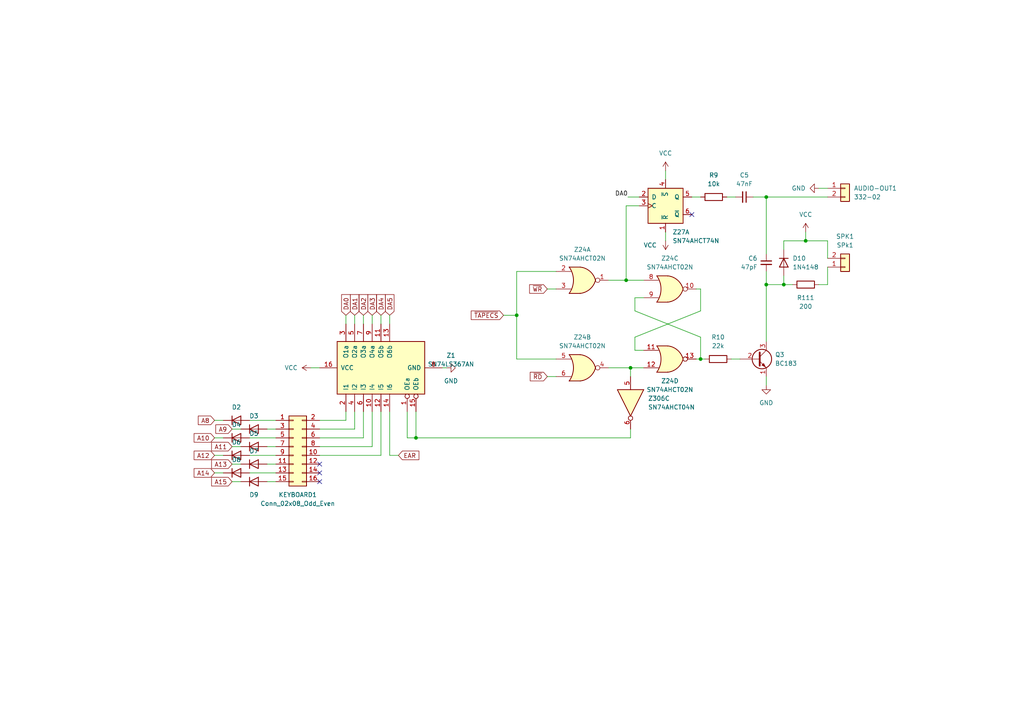
<source format=kicad_sch>
(kicad_sch (version 20211123) (generator eeschema)
  (paper "A4")
  (title_block (title "JupiterAce Z80 plus KIO and new memory format.") (date "2020-05-12") (rev "Alpha") (company "Ontobus") (comment 1 "John Bradley") (comment 2 "https://creativecommons.org/licenses/by-nc-sa/4.0/") (comment 3 "Attribution-NonCommercial-ShareAlike 4.0 International License.") (comment 4 "This work is licensed under a Creative Commons "))
  (lib_symbols
    (symbol "74xx:74LS02" (pin_names (offset 1.016))
      (property "Reference" "U" (at 0 1.27 0))
      (property "Value" "74LS02" (at 0 -1.27 0))
      (symbol "74LS02_1_1"
        (arc (start -3.81 -3.81) (mid -2.589 0) (end -3.81 3.81) (stroke (width 0.254)))
        (arc (start -0.6096 -3.81) (mid 2.1842 -2.5851) (end 3.81 0) (stroke (width 0.254)) (fill (type background)))
        (polyline (pts (xy -3.81 -3.81) (xy -0.635 -3.81)) (stroke (width 0.254)) (fill (type background)))
        (polyline (pts (xy -3.81 3.81) (xy -0.635 3.81)) (stroke (width 0.254)) (fill (type background)))
        (polyline (pts (xy -0.635 3.81) (xy -3.81 3.81) (xy -3.81 3.81) (xy -3.556 3.4036) (xy -3.0226 2.2606) (xy -2.6924 1.0414) (xy -2.6162 -0.254) (xy -2.7686 -1.4986) (xy -3.175 -2.7178) (xy -3.81 -3.81) (xy -3.81 -3.81) (xy -0.635 -3.81)) (stroke (width -25.4)) (fill (type background)))
        (arc (start 3.81 0) (mid 2.1915 2.5936) (end -0.6096 3.81) (stroke (width 0.254)) (fill (type background)))
        (pin output inverted (at 7.62 0 180) (length 3.81) (name "~") (number "1"))
        (pin input line (at -7.62 2.54 0) (length 4.318) (name "~") (number "2"))
        (pin input line (at -7.62 -2.54 0) (length 4.318) (name "~") (number "3"))
      )
      (symbol "74LS02_1_2"
        (arc (start 0 -3.81) (mid 3.81 0) (end 0 3.81) (stroke (width 0.254)) (fill (type background)))
        (polyline (pts (xy 0 3.81) (xy -3.81 3.81) (xy -3.81 -3.81) (xy 0 -3.81)) (stroke (width 0.254)) (fill (type background)))
        (pin output line (at 7.62 0 180) (length 3.81) (name "~") (number "1"))
        (pin input inverted (at -7.62 2.54 0) (length 3.81) (name "~") (number "2"))
        (pin input inverted (at -7.62 -2.54 0) (length 3.81) (name "~") (number "3"))
      )
      (symbol "74LS02_2_1"
        (arc (start -3.81 -3.81) (mid -2.589 0) (end -3.81 3.81) (stroke (width 0.254)))
        (arc (start -0.6096 -3.81) (mid 2.1842 -2.5851) (end 3.81 0) (stroke (width 0.254)) (fill (type background)))
        (polyline (pts (xy -3.81 -3.81) (xy -0.635 -3.81)) (stroke (width 0.254)) (fill (type background)))
        (polyline (pts (xy -3.81 3.81) (xy -0.635 3.81)) (stroke (width 0.254)) (fill (type background)))
        (polyline (pts (xy -0.635 3.81) (xy -3.81 3.81) (xy -3.81 3.81) (xy -3.556 3.4036) (xy -3.0226 2.2606) (xy -2.6924 1.0414) (xy -2.6162 -0.254) (xy -2.7686 -1.4986) (xy -3.175 -2.7178) (xy -3.81 -3.81) (xy -3.81 -3.81) (xy -0.635 -3.81)) (stroke (width -25.4)) (fill (type background)))
        (arc (start 3.81 0) (mid 2.1915 2.5936) (end -0.6096 3.81) (stroke (width 0.254)) (fill (type background)))
        (pin output inverted (at 7.62 0 180) (length 3.81) (name "~") (number "4"))
        (pin input line (at -7.62 2.54 0) (length 4.318) (name "~") (number "5"))
        (pin input line (at -7.62 -2.54 0) (length 4.318) (name "~") (number "6"))
      )
      (symbol "74LS02_2_2"
        (arc (start 0 -3.81) (mid 3.81 0) (end 0 3.81) (stroke (width 0.254)) (fill (type background)))
        (polyline (pts (xy 0 3.81) (xy -3.81 3.81) (xy -3.81 -3.81) (xy 0 -3.81)) (stroke (width 0.254)) (fill (type background)))
        (pin output line (at 7.62 0 180) (length 3.81) (name "~") (number "4"))
        (pin input inverted (at -7.62 2.54 0) (length 3.81) (name "~") (number "5"))
        (pin input inverted (at -7.62 -2.54 0) (length 3.81) (name "~") (number "6"))
      )
      (symbol "74LS02_3_1"
        (arc (start -3.81 -3.81) (mid -2.589 0) (end -3.81 3.81) (stroke (width 0.254)))
        (arc (start -0.6096 -3.81) (mid 2.1842 -2.5851) (end 3.81 0) (stroke (width 0.254)) (fill (type background)))
        (polyline (pts (xy -3.81 -3.81) (xy -0.635 -3.81)) (stroke (width 0.254)) (fill (type background)))
        (polyline (pts (xy -3.81 3.81) (xy -0.635 3.81)) (stroke (width 0.254)) (fill (type background)))
        (polyline (pts (xy -0.635 3.81) (xy -3.81 3.81) (xy -3.81 3.81) (xy -3.556 3.4036) (xy -3.0226 2.2606) (xy -2.6924 1.0414) (xy -2.6162 -0.254) (xy -2.7686 -1.4986) (xy -3.175 -2.7178) (xy -3.81 -3.81) (xy -3.81 -3.81) (xy -0.635 -3.81)) (stroke (width -25.4)) (fill (type background)))
        (arc (start 3.81 0) (mid 2.1915 2.5936) (end -0.6096 3.81) (stroke (width 0.254)) (fill (type background)))
        (pin output inverted (at 7.62 0 180) (length 3.81) (name "~") (number "10"))
        (pin input line (at -7.62 2.54 0) (length 4.318) (name "~") (number "8"))
        (pin input line (at -7.62 -2.54 0) (length 4.318) (name "~") (number "9"))
      )
      (symbol "74LS02_3_2"
        (arc (start 0 -3.81) (mid 3.81 0) (end 0 3.81) (stroke (width 0.254)) (fill (type background)))
        (polyline (pts (xy 0 3.81) (xy -3.81 3.81) (xy -3.81 -3.81) (xy 0 -3.81)) (stroke (width 0.254)) (fill (type background)))
        (pin output line (at 7.62 0 180) (length 3.81) (name "~") (number "10"))
        (pin input inverted (at -7.62 2.54 0) (length 3.81) (name "~") (number "8"))
        (pin input inverted (at -7.62 -2.54 0) (length 3.81) (name "~") (number "9"))
      )
      (symbol "74LS02_4_1"
        (arc (start -3.81 -3.81) (mid -2.589 0) (end -3.81 3.81) (stroke (width 0.254)))
        (arc (start -0.6096 -3.81) (mid 2.1842 -2.5851) (end 3.81 0) (stroke (width 0.254)) (fill (type background)))
        (polyline (pts (xy -3.81 -3.81) (xy -0.635 -3.81)) (stroke (width 0.254)) (fill (type background)))
        (polyline (pts (xy -3.81 3.81) (xy -0.635 3.81)) (stroke (width 0.254)) (fill (type background)))
        (polyline (pts (xy -0.635 3.81) (xy -3.81 3.81) (xy -3.81 3.81) (xy -3.556 3.4036) (xy -3.0226 2.2606) (xy -2.6924 1.0414) (xy -2.6162 -0.254) (xy -2.7686 -1.4986) (xy -3.175 -2.7178) (xy -3.81 -3.81) (xy -3.81 -3.81) (xy -0.635 -3.81)) (stroke (width -25.4)) (fill (type background)))
        (arc (start 3.81 0) (mid 2.1915 2.5936) (end -0.6096 3.81) (stroke (width 0.254)) (fill (type background)))
        (pin input line (at -7.62 2.54 0) (length 4.318) (name "~") (number "11"))
        (pin input line (at -7.62 -2.54 0) (length 4.318) (name "~") (number "12"))
        (pin output inverted (at 7.62 0 180) (length 3.81) (name "~") (number "13"))
      )
      (symbol "74LS02_4_2"
        (arc (start 0 -3.81) (mid 3.81 0) (end 0 3.81) (stroke (width 0.254)) (fill (type background)))
        (polyline (pts (xy 0 3.81) (xy -3.81 3.81) (xy -3.81 -3.81) (xy 0 -3.81)) (stroke (width 0.254)) (fill (type background)))
        (pin input inverted (at -7.62 2.54 0) (length 3.81) (name "~") (number "11"))
        (pin input inverted (at -7.62 -2.54 0) (length 3.81) (name "~") (number "12"))
        (pin output line (at 7.62 0 180) (length 3.81) (name "~") (number "13"))
      )
      (symbol "74LS02_5_0"
        (pin power_in line (at 0 12.7 270) (length 5.08) (name "VCC") (number "14"))
        (pin power_in line (at 0 -12.7 90) (length 5.08) (name "GND") (number "7"))
      )
      (symbol "74LS02_5_1"
        (rectangle (start -5.08 7.62) (end 5.08 -7.62) (stroke (width 0.254)) (fill (type background)))
      )
    )
    (symbol "74xx:74LS04"
      (property "Reference" "U" (at 0 1.27 0))
      (property "Value" "74LS04" (at 0 -1.27 0))
      (symbol "74LS04_1_0"
        (polyline (pts (xy -3.81 3.81) (xy -3.81 -3.81) (xy 3.81 0) (xy -3.81 3.81)) (stroke (width 0.254)) (fill (type background)))
        (pin input line (at -7.62 0 0) (length 3.81) (name "~") (number "1"))
        (pin output inverted (at 7.62 0 180) (length 3.81) (name "~") (number "2"))
      )
      (symbol "74LS04_2_0"
        (polyline (pts (xy -3.81 3.81) (xy -3.81 -3.81) (xy 3.81 0) (xy -3.81 3.81)) (stroke (width 0.254)) (fill (type background)))
        (pin input line (at -7.62 0 0) (length 3.81) (name "~") (number "3"))
        (pin output inverted (at 7.62 0 180) (length 3.81) (name "~") (number "4"))
      )
      (symbol "74LS04_3_0"
        (polyline (pts (xy -3.81 3.81) (xy -3.81 -3.81) (xy 3.81 0) (xy -3.81 3.81)) (stroke (width 0.254)) (fill (type background)))
        (pin input line (at -7.62 0 0) (length 3.81) (name "~") (number "5"))
        (pin output inverted (at 7.62 0 180) (length 3.81) (name "~") (number "6"))
      )
      (symbol "74LS04_4_0"
        (polyline (pts (xy -3.81 3.81) (xy -3.81 -3.81) (xy 3.81 0) (xy -3.81 3.81)) (stroke (width 0.254)) (fill (type background)))
        (pin output inverted (at 7.62 0 180) (length 3.81) (name "~") (number "8"))
        (pin input line (at -7.62 0 0) (length 3.81) (name "~") (number "9"))
      )
      (symbol "74LS04_5_0"
        (polyline (pts (xy -3.81 3.81) (xy -3.81 -3.81) (xy 3.81 0) (xy -3.81 3.81)) (stroke (width 0.254)) (fill (type background)))
        (pin output inverted (at 7.62 0 180) (length 3.81) (name "~") (number "10"))
        (pin input line (at -7.62 0 0) (length 3.81) (name "~") (number "11"))
      )
      (symbol "74LS04_6_0"
        (polyline (pts (xy -3.81 3.81) (xy -3.81 -3.81) (xy 3.81 0) (xy -3.81 3.81)) (stroke (width 0.254)) (fill (type background)))
        (pin output inverted (at 7.62 0 180) (length 3.81) (name "~") (number "12"))
        (pin input line (at -7.62 0 0) (length 3.81) (name "~") (number "13"))
      )
      (symbol "74LS04_7_0"
        (pin power_in line (at 0 12.7 270) (length 5.08) (name "VCC") (number "14"))
        (pin power_in line (at 0 -12.7 90) (length 5.08) (name "GND") (number "7"))
      )
      (symbol "74LS04_7_1"
        (rectangle (start -5.08 7.62) (end 5.08 -7.62) (stroke (width 0.254)) (fill (type background)))
      )
    )
    (symbol "74xx:74LS367" (pin_names (offset 1.016))
      (property "Reference" "U" (at -7.62 13.97 0))
      (property "Value" "74LS367" (at -7.62 -13.97 0))
      (symbol "74LS367_1_0"
        (pin input inverted (at -12.7 -7.62 0) (length 5.08) (name "OEa") (number "1"))
        (pin input line (at -12.7 2.54 0) (length 5.08) (name "I4") (number "10"))
        (pin tri_state line (at 12.7 0 180) (length 5.08) (name "O5b") (number "11"))
        (pin input line (at -12.7 0 0) (length 5.08) (name "I5") (number "12"))
        (pin tri_state line (at 12.7 -2.54 180) (length 5.08) (name "O6b") (number "13"))
        (pin input line (at -12.7 -2.54 0) (length 5.08) (name "I6") (number "14"))
        (pin input inverted (at -12.7 -10.16 0) (length 5.08) (name "OEb") (number "15"))
        (pin power_in line (at 0 17.78 270) (length 5.08) (name "VCC") (number "16"))
        (pin input line (at -12.7 10.16 0) (length 5.08) (name "I1") (number "2"))
        (pin tri_state line (at 12.7 10.16 180) (length 5.08) (name "O1a") (number "3"))
        (pin input line (at -12.7 7.62 0) (length 5.08) (name "I2") (number "4"))
        (pin tri_state line (at 12.7 7.62 180) (length 5.08) (name "O2a") (number "5"))
        (pin input line (at -12.7 5.08 0) (length 5.08) (name "I3") (number "6"))
        (pin tri_state line (at 12.7 5.08 180) (length 5.08) (name "O3a") (number "7"))
        (pin power_in line (at 0 -17.78 90) (length 5.08) (name "GND") (number "8"))
        (pin tri_state line (at 12.7 2.54 180) (length 5.08) (name "O4a") (number "9"))
      )
      (symbol "74LS367_1_1"
        (rectangle (start -7.62 12.7) (end 7.62 -12.7) (stroke (width 0.254)) (fill (type background)))
      )
    )
    (symbol "74xx:74LS74" (pin_names (offset 1.016))
      (property "Reference" "U" (at -7.62 8.89 0))
      (property "Value" "74LS74" (at -7.62 -8.89 0))
      (symbol "74LS74_1_0"
        (pin input line (at 0 -7.62 90) (length 2.54) (name "~{R}") (number "1"))
        (pin input line (at -7.62 2.54 0) (length 2.54) (name "D") (number "2"))
        (pin input clock (at -7.62 0 0) (length 2.54) (name "C") (number "3"))
        (pin input line (at 0 7.62 270) (length 2.54) (name "~{S}") (number "4"))
        (pin output line (at 7.62 2.54 180) (length 2.54) (name "Q") (number "5"))
        (pin output line (at 7.62 -2.54 180) (length 2.54) (name "~{Q}") (number "6"))
      )
      (symbol "74LS74_1_1"
        (rectangle (start -5.08 5.08) (end 5.08 -5.08) (stroke (width 0.254)) (fill (type background)))
      )
      (symbol "74LS74_2_0"
        (pin input line (at 0 7.62 270) (length 2.54) (name "~{S}") (number "10"))
        (pin input clock (at -7.62 0 0) (length 2.54) (name "C") (number "11"))
        (pin input line (at -7.62 2.54 0) (length 2.54) (name "D") (number "12"))
        (pin input line (at 0 -7.62 90) (length 2.54) (name "~{R}") (number "13"))
        (pin output line (at 7.62 -2.54 180) (length 2.54) (name "~{Q}") (number "8"))
        (pin output line (at 7.62 2.54 180) (length 2.54) (name "Q") (number "9"))
      )
      (symbol "74LS74_2_1"
        (rectangle (start -5.08 5.08) (end 5.08 -5.08) (stroke (width 0.254)) (fill (type background)))
      )
      (symbol "74LS74_3_0"
        (pin power_in line (at 0 10.16 270) (length 2.54) (name "VCC") (number "14"))
        (pin power_in line (at 0 -10.16 90) (length 2.54) (name "GND") (number "7"))
      )
      (symbol "74LS74_3_1"
        (rectangle (start -5.08 7.62) (end 5.08 -7.62) (stroke (width 0.254)) (fill (type background)))
      )
    )
    (symbol "Connector_Generic:Conn_01x02" (pin_names (offset 1.016) hide)
      (property "Reference" "J" (at 0 2.54 0))
      (property "Value" "Conn_01x02" (at 0 -5.08 0))
      (symbol "Conn_01x02_1_1"
        (rectangle (start -1.27 -2.413) (end 0 -2.667) (stroke (width 0.1524)))
        (rectangle (start -1.27 0.127) (end 0 -0.127) (stroke (width 0.1524)))
        (rectangle (start -1.27 1.27) (end 1.27 -3.81) (stroke (width 0.254)) (fill (type background)))
        (pin passive line (at -5.08 0 0) (length 3.81) (name "Pin_1") (number "1"))
        (pin passive line (at -5.08 -2.54 0) (length 3.81) (name "Pin_2") (number "2"))
      )
    )
    (symbol "Connector_Generic:Conn_02x08_Odd_Even" (pin_names (offset 1.016) hide)
      (property "Reference" "J" (at 1.27 10.16 0))
      (property "Value" "Conn_02x08_Odd_Even" (at 1.27 -12.7 0))
      (symbol "Conn_02x08_Odd_Even_1_1"
        (rectangle (start -1.27 -10.033) (end 0 -10.287) (stroke (width 0.1524)))
        (rectangle (start -1.27 -7.493) (end 0 -7.747) (stroke (width 0.1524)))
        (rectangle (start -1.27 -4.953) (end 0 -5.207) (stroke (width 0.1524)))
        (rectangle (start -1.27 -2.413) (end 0 -2.667) (stroke (width 0.1524)))
        (rectangle (start -1.27 0.127) (end 0 -0.127) (stroke (width 0.1524)))
        (rectangle (start -1.27 2.667) (end 0 2.413) (stroke (width 0.1524)))
        (rectangle (start -1.27 5.207) (end 0 4.953) (stroke (width 0.1524)))
        (rectangle (start -1.27 7.747) (end 0 7.493) (stroke (width 0.1524)))
        (rectangle (start -1.27 8.89) (end 3.81 -11.43) (stroke (width 0.254)) (fill (type background)))
        (rectangle (start 3.81 -10.033) (end 2.54 -10.287) (stroke (width 0.1524)))
        (rectangle (start 3.81 -7.493) (end 2.54 -7.747) (stroke (width 0.1524)))
        (rectangle (start 3.81 -4.953) (end 2.54 -5.207) (stroke (width 0.1524)))
        (rectangle (start 3.81 -2.413) (end 2.54 -2.667) (stroke (width 0.1524)))
        (rectangle (start 3.81 0.127) (end 2.54 -0.127) (stroke (width 0.1524)))
        (rectangle (start 3.81 2.667) (end 2.54 2.413) (stroke (width 0.1524)))
        (rectangle (start 3.81 5.207) (end 2.54 4.953) (stroke (width 0.1524)))
        (rectangle (start 3.81 7.747) (end 2.54 7.493) (stroke (width 0.1524)))
        (pin passive line (at -5.08 7.62 0) (length 3.81) (name "Pin_1") (number "1"))
        (pin passive line (at 7.62 -2.54 180) (length 3.81) (name "Pin_10") (number "10"))
        (pin passive line (at -5.08 -5.08 0) (length 3.81) (name "Pin_11") (number "11"))
        (pin passive line (at 7.62 -5.08 180) (length 3.81) (name "Pin_12") (number "12"))
        (pin passive line (at -5.08 -7.62 0) (length 3.81) (name "Pin_13") (number "13"))
        (pin passive line (at 7.62 -7.62 180) (length 3.81) (name "Pin_14") (number "14"))
        (pin passive line (at -5.08 -10.16 0) (length 3.81) (name "Pin_15") (number "15"))
        (pin passive line (at 7.62 -10.16 180) (length 3.81) (name "Pin_16") (number "16"))
        (pin passive line (at 7.62 7.62 180) (length 3.81) (name "Pin_2") (number "2"))
        (pin passive line (at -5.08 5.08 0) (length 3.81) (name "Pin_3") (number "3"))
        (pin passive line (at 7.62 5.08 180) (length 3.81) (name "Pin_4") (number "4"))
        (pin passive line (at -5.08 2.54 0) (length 3.81) (name "Pin_5") (number "5"))
        (pin passive line (at 7.62 2.54 180) (length 3.81) (name "Pin_6") (number "6"))
        (pin passive line (at -5.08 0 0) (length 3.81) (name "Pin_7") (number "7"))
        (pin passive line (at 7.62 0 180) (length 3.81) (name "Pin_8") (number "8"))
        (pin passive line (at -5.08 -2.54 0) (length 3.81) (name "Pin_9") (number "9"))
      )
    )
    (symbol "Device:C_Small" (pin_numbers hide) (pin_names (offset 0.254) hide)
      (property "Reference" "C" (at 0.254 1.778 0))
      (property "Value" "C_Small" (at 0.254 -2.032 0))
      (symbol "C_Small_0_1"
        (polyline (pts (xy -1.524 -0.508) (xy 1.524 -0.508)) (stroke (width 0.3302)))
        (polyline (pts (xy -1.524 0.508) (xy 1.524 0.508)) (stroke (width 0.3048)))
      )
      (symbol "C_Small_1_1"
        (pin passive line (at 0 2.54 270) (length 2.032) (name "~") (number "1"))
        (pin passive line (at 0 -2.54 90) (length 2.032) (name "~") (number "2"))
      )
    )
    (symbol "Device:Q_NPN_EBC" (pin_names (offset 0) hide)
      (property "Reference" "Q" (at 5.08 1.27 0))
      (property "Value" "Q_NPN_EBC" (at 5.08 -1.27 0))
      (symbol "Q_NPN_EBC_0_1"
        (polyline (pts (xy 0.635 0.635) (xy 2.54 2.54)))
        (polyline (pts (xy 0.635 -0.635) (xy 2.54 -2.54) (xy 2.54 -2.54)))
        (polyline (pts (xy 0.635 1.905) (xy 0.635 -1.905) (xy 0.635 -1.905)) (stroke (width 0.508)))
        (polyline (pts (xy 1.27 -1.778) (xy 1.778 -1.27) (xy 2.286 -2.286) (xy 1.27 -1.778) (xy 1.27 -1.778)) (fill (type outline)))
        (circle (center 1.27 0) (radius 2.8194) (stroke (width 0.254)))
      )
      (symbol "Q_NPN_EBC_1_1"
        (pin passive line (at 2.54 -5.08 90) (length 2.54) (name "E") (number "1"))
        (pin passive line (at -5.08 0 0) (length 5.715) (name "B") (number "2"))
        (pin passive line (at 2.54 5.08 270) (length 2.54) (name "C") (number "3"))
      )
    )
    (symbol "Device:R" (pin_numbers hide) (pin_names (offset 0))
      (property "Reference" "R" (at 2.032 0 90))
      (property "Value" "R" (at 0 0 90))
      (symbol "R_0_1"
        (rectangle (start -1.016 -2.54) (end 1.016 2.54) (stroke (width 0.254)))
      )
      (symbol "R_1_1"
        (pin passive line (at 0 3.81 270) (length 1.27) (name "~") (number "1"))
        (pin passive line (at 0 -3.81 90) (length 1.27) (name "~") (number "2"))
      )
    )
    (symbol "Diode:1N4148" (pin_numbers hide) (pin_names (offset 1.016) hide)
      (property "Reference" "D" (at 0 2.54 0))
      (property "Value" "1N4148" (at 0 -2.54 0))
      (symbol "1N4148_0_1"
        (polyline (pts (xy -1.27 1.27) (xy -1.27 -1.27)) (stroke (width 0.254)))
        (polyline (pts (xy 1.27 0) (xy -1.27 0)))
        (polyline (pts (xy 1.27 1.27) (xy 1.27 -1.27) (xy -1.27 0) (xy 1.27 1.27)) (stroke (width 0.254)))
      )
      (symbol "1N4148_1_1"
        (pin passive line (at -3.81 0 0) (length 2.54) (name "K") (number "1"))
        (pin passive line (at 3.81 0 180) (length 2.54) (name "A") (number "2"))
      )
    )
    (symbol "power:GND" (power) (pin_names (offset 0))
      (property "Value" "GND" (at 0 -3.81 0))
      (symbol "GND_0_1"
        (polyline (pts (xy 0 0) (xy 0 -1.27) (xy 1.27 -1.27) (xy 0 -2.54) (xy -1.27 -1.27) (xy 0 -1.27)))
      )
      (symbol "GND_1_1"
        (pin power_in line (at 0 0 270) (length 0) hide (name "GND") (number "1"))
      )
    )
    (symbol "power:VCC" (power) (pin_names (offset 0))
      (property "Value" "VCC" (at 0 3.81 0))
      (symbol "VCC_0_1"
        (polyline (pts (xy -0.762 1.27) (xy 0 2.54)))
        (polyline (pts (xy 0 0) (xy 0 2.54)))
        (polyline (pts (xy 0 2.54) (xy 0.762 1.27)))
      )
      (symbol "VCC_1_1"
        (pin power_in line (at 0 0 90) (length 0) hide (name "VCC") (number "1"))
      )
    )
  )
  (junction (at 222.25 82.55))
  (junction (at 233.68 69.85))
  (junction (at 120.65 127))
  (junction (at 222.25 57.15))
  (junction (at 149.86 91.44))
  (junction (at 182.88 106.68))
  (junction (at 203.2 104.14))
  (junction (at 181.61 81.28))
  (junction (at 227.33 82.55))
  (no_connect (at 92.71 137.16))
  (no_connect (at 92.71 134.62))
  (no_connect (at 92.71 139.7))
  (no_connect (at 200.66 62.23))
  (wire (pts (xy 203.2 83.82) (xy 203.2 90.17)))
  (wire (pts (xy 69.85 124.46) (xy 67.31 124.46)))
  (wire (pts (xy 214.63 104.14) (xy 212.09 104.14)))
  (wire (pts (xy 227.33 69.85) (xy 227.33 72.39)))
  (wire (pts (xy 113.03 119.38) (xy 113.03 132.08)))
  (wire (pts (xy 181.61 81.28) (xy 176.53 81.28)))
  (wire (pts (xy 107.95 129.54) (xy 92.71 129.54)))
  (wire (pts (xy 64.77 121.92) (xy 62.23 121.92)))
  (wire (pts (xy 222.25 111.76) (xy 222.25 109.22)))
  (wire (pts (xy 203.2 104.14) (xy 201.93 104.14)))
  (wire (pts (xy 222.25 82.55) (xy 222.25 99.06)))
  (wire (pts (xy 200.66 57.15) (xy 203.2 57.15)))
  (wire (pts (xy 161.29 104.14) (xy 149.86 104.14)))
  (wire (pts (xy 182.88 124.46) (xy 182.88 127)))
  (wire (pts (xy 80.01 132.08) (xy 72.39 132.08)))
  (wire (pts (xy 184.15 97.79) (xy 184.15 101.6)))
  (wire (pts (xy 110.49 93.98) (xy 110.49 91.44)))
  (wire (pts (xy 227.33 69.85) (xy 233.68 69.85)))
  (wire (pts (xy 222.25 82.55) (xy 222.25 78.74)))
  (wire (pts (xy 102.87 93.98) (xy 102.87 91.44)))
  (wire (pts (xy 176.53 106.68) (xy 182.88 106.68)))
  (wire (pts (xy 240.03 69.85) (xy 233.68 69.85)))
  (wire (pts (xy 161.29 83.82) (xy 158.75 83.82)))
  (wire (pts (xy 113.03 132.08) (xy 115.57 132.08)))
  (wire (pts (xy 77.47 139.7) (xy 80.01 139.7)))
  (wire (pts (xy 92.71 124.46) (xy 102.87 124.46)))
  (wire (pts (xy 186.69 81.28) (xy 181.61 81.28)))
  (wire (pts (xy 118.11 119.38) (xy 118.11 127)))
  (wire (pts (xy 102.87 119.38) (xy 102.87 124.46)))
  (wire (pts (xy 210.82 57.15) (xy 213.36 57.15)))
  (wire (pts (xy 100.33 119.38) (xy 100.33 121.92)))
  (wire (pts (xy 92.71 132.08) (xy 110.49 132.08)))
  (wire (pts (xy 201.93 83.82) (xy 203.2 83.82)))
  (wire (pts (xy 118.11 127) (xy 120.65 127)))
  (wire (pts (xy 107.95 119.38) (xy 107.95 129.54)))
  (wire (pts (xy 240.03 74.93) (xy 240.03 69.85)))
  (wire (pts (xy 237.49 54.61) (xy 240.03 54.61)))
  (wire (pts (xy 77.47 124.46) (xy 80.01 124.46)))
  (wire (pts (xy 129.54 106.68) (xy 128.27 106.68)))
  (wire (pts (xy 184.15 90.17) (xy 203.2 97.79)))
  (wire (pts (xy 182.118 57.15) (xy 185.42 57.15)))
  (wire (pts (xy 69.85 134.62) (xy 67.31 134.62)))
  (wire (pts (xy 181.61 59.69) (xy 181.61 81.28)))
  (wire (pts (xy 69.85 129.54) (xy 67.31 129.54)))
  (wire (pts (xy 120.65 127) (xy 182.88 127)))
  (wire (pts (xy 120.65 119.38) (xy 120.65 127)))
  (wire (pts (xy 149.86 91.44) (xy 149.86 78.74)))
  (wire (pts (xy 92.71 106.68) (xy 90.17 106.68)))
  (wire (pts (xy 184.15 90.17) (xy 184.15 86.36)))
  (wire (pts (xy 105.41 119.38) (xy 105.41 127)))
  (wire (pts (xy 80.01 127) (xy 72.39 127)))
  (wire (pts (xy 233.68 69.85) (xy 233.68 67.31)))
  (wire (pts (xy 105.41 93.98) (xy 105.41 91.44)))
  (wire (pts (xy 240.03 77.47) (xy 240.03 82.55)))
  (wire (pts (xy 203.2 90.17) (xy 184.15 97.79)))
  (wire (pts (xy 184.15 86.36) (xy 186.69 86.36)))
  (wire (pts (xy 193.04 67.31) (xy 193.04 69.85)))
  (wire (pts (xy 227.33 82.55) (xy 227.33 80.01)))
  (wire (pts (xy 149.86 78.74) (xy 161.29 78.74)))
  (wire (pts (xy 64.77 127) (xy 62.23 127)))
  (wire (pts (xy 77.47 129.54) (xy 80.01 129.54)))
  (wire (pts (xy 182.88 106.68) (xy 186.69 106.68)))
  (wire (pts (xy 64.77 132.08) (xy 62.23 132.08)))
  (wire (pts (xy 229.87 82.55) (xy 227.33 82.55)))
  (wire (pts (xy 161.29 109.22) (xy 158.75 109.22)))
  (wire (pts (xy 204.47 104.14) (xy 203.2 104.14)))
  (wire (pts (xy 222.25 82.55) (xy 227.33 82.55)))
  (wire (pts (xy 100.33 93.98) (xy 100.33 91.44)))
  (wire (pts (xy 113.03 93.98) (xy 113.03 91.44)))
  (wire (pts (xy 64.77 137.16) (xy 62.23 137.16)))
  (wire (pts (xy 80.01 137.16) (xy 72.39 137.16)))
  (wire (pts (xy 149.86 104.14) (xy 149.86 91.44)))
  (wire (pts (xy 107.95 93.98) (xy 107.95 91.44)))
  (wire (pts (xy 92.71 121.92) (xy 100.33 121.92)))
  (wire (pts (xy 80.01 121.92) (xy 72.39 121.92)))
  (wire (pts (xy 222.25 57.15) (xy 222.25 73.66)))
  (wire (pts (xy 92.71 127) (xy 105.41 127)))
  (wire (pts (xy 146.05 91.44) (xy 149.86 91.44)))
  (wire (pts (xy 182.88 109.22) (xy 182.88 106.68)))
  (wire (pts (xy 193.04 52.07) (xy 193.04 49.53)))
  (wire (pts (xy 69.85 139.7) (xy 67.31 139.7)))
  (wire (pts (xy 77.47 134.62) (xy 80.01 134.62)))
  (wire (pts (xy 110.49 119.38) (xy 110.49 132.08)))
  (wire (pts (xy 222.25 57.15) (xy 240.03 57.15)))
  (wire (pts (xy 218.44 57.15) (xy 222.25 57.15)))
  (wire (pts (xy 181.61 59.69) (xy 185.42 59.69)))
  (wire (pts (xy 240.03 82.55) (xy 237.49 82.55)))
  (wire (pts (xy 203.2 104.14) (xy 203.2 97.79)))
  (wire (pts (xy 184.15 101.6) (xy 186.69 101.6)))
  (label "DA0" (at 182.118 57.15 180))
  (global_label "DA5" (shape input) (at 113.03 91.44 90) (property "Intersheet References" "${INTERSHEET_REFS}" (at 112.9506 85.5477 90) (effects (justify left))))
  (global_label "A9" (shape input) (at 67.31 124.46 180) (property "Intersheet References" "${INTERSHEET_REFS}" (at 62.6877 124.3806 0) (effects (justify right))))
  (global_label "A10" (shape input) (at 62.23 127 180) (property "Intersheet References" "${INTERSHEET_REFS}" (at 56.3982 126.9206 0) (effects (justify right))))
  (global_label "DA2" (shape input) (at 105.41 91.44 90) (property "Intersheet References" "${INTERSHEET_REFS}" (at 105.3306 85.5477 90) (effects (justify left))))
  (global_label "~{WR}" (shape input) (at 158.75 83.82 180) (property "Intersheet References" "${INTERSHEET_REFS}" (at 153.7044 83.7406 0) (effects (justify right))))
  (global_label "A12" (shape input) (at 62.23 132.08 180) (property "Intersheet References" "${INTERSHEET_REFS}" (at 56.3982 132.0006 0) (effects (justify right))))
  (global_label "EAR" (shape input) (at 115.57 132.08 0) (property "Intersheet References" "${INTERSHEET_REFS}" (at 121.4018 132.0006 0) (effects (justify left))))
  (global_label "A11" (shape input) (at 67.31 129.54 180) (property "Intersheet References" "${INTERSHEET_REFS}" (at 61.4782 129.4606 0) (effects (justify right))))
  (global_label "DA4" (shape input) (at 110.49 91.44 90) (property "Intersheet References" "${INTERSHEET_REFS}" (at 110.4106 85.5477 90) (effects (justify left))))
  (global_label "DA3" (shape input) (at 107.95 91.44 90) (property "Intersheet References" "${INTERSHEET_REFS}" (at 107.8706 85.5477 90) (effects (justify left))))
  (global_label "~{TAPECS}" (shape input) (at 146.05 91.44 180) (property "Intersheet References" "${INTERSHEET_REFS}" (at 136.771 91.3606 0) (effects (justify right))))
  (global_label "A14" (shape input) (at 62.23 137.16 180) (property "Intersheet References" "${INTERSHEET_REFS}" (at 56.3982 137.0806 0) (effects (justify right))))
  (global_label "A15" (shape input) (at 67.31 139.7 180) (property "Intersheet References" "${INTERSHEET_REFS}" (at 61.4782 139.6206 0) (effects (justify right))))
  (global_label "A13" (shape input) (at 67.31 134.62 180) (property "Intersheet References" "${INTERSHEET_REFS}" (at 61.4782 134.5406 0) (effects (justify right))))
  (global_label "DA1" (shape input) (at 102.87 91.44 90) (property "Intersheet References" "${INTERSHEET_REFS}" (at 102.7906 85.5477 90) (effects (justify left))))
  (global_label "A8" (shape input) (at 62.23 121.92 180) (property "Intersheet References" "${INTERSHEET_REFS}" (at 57.6077 121.8406 0) (effects (justify right))))
  (global_label "~{RD}" (shape input) (at 158.75 109.22 180) (property "Intersheet References" "${INTERSHEET_REFS}" (at 153.8858 109.1406 0) (effects (justify right))))
  (global_label "DA0" (shape input) (at 100.33 91.44 90) (property "Intersheet References" "${INTERSHEET_REFS}" (at 100.2506 85.5477 90) (effects (justify left))))
  (symbol (lib_id "Diode:1N4148") (at 73.66 139.7 0) (unit 1)
    (property "Reference" "D9" (at 73.66 143.51 0))
    (property "Value" "1N4148" (effects hide))
    (property "Footprint" "Diode_THT:D_DO-35_SOD27_P7.62mm_Horizontal" (effects hide))
    (property "Datasheet" "https://assets.nexperia.com/documents/data-sheet/1N4148_1N4448.pdf" (effects hide))
    (property "Manufacturer_Name" "ON Semiconductor" (effects hide))
    (property "Manufacturer_Part_Number" "1N4148" (effects hide))
  )
  (symbol (lib_id "Device:Q_NPN_EBC") (at 219.71 104.14 0) (unit 1)
    (property "Reference" "Q3" (at 224.79 102.8699 0) (effects (justify left)))
    (property "Value" "BC183" (at 224.79 105.4099 0) (effects (justify left)))
    (property "Footprint" "Package_TO_SOT_THT:TO-92L_Inline_Wide" (effects hide))
    (property "Manufacturer_Part_Number" "BC183" (effects hide))
  )
  (symbol (lib_id "Diode:1N4148") (at 68.58 137.16 0) (unit 1)
    (property "Reference" "D8" (at 68.58 133.35 0))
    (property "Value" "1N4148" (effects hide))
    (property "Footprint" "Diode_THT:D_DO-35_SOD27_P7.62mm_Horizontal" (effects hide))
    (property "Datasheet" "https://assets.nexperia.com/documents/data-sheet/1N4148_1N4448.pdf" (effects hide))
    (property "Manufacturer_Name" "ON Semiconductor" (effects hide))
    (property "Manufacturer_Part_Number" "1N4148" (effects hide))
  )
  (symbol (lib_id "Diode:1N4148") (at 73.66 134.62 0) (unit 1)
    (property "Reference" "D7" (at 73.66 130.81 0))
    (property "Value" "1N4148" (effects hide))
    (property "Footprint" "Diode_THT:D_DO-35_SOD27_P7.62mm_Horizontal" (effects hide))
    (property "Datasheet" "https://assets.nexperia.com/documents/data-sheet/1N4148_1N4448.pdf" (effects hide))
    (property "Manufacturer_Name" "ON Semiconductor" (effects hide))
    (property "Manufacturer_Part_Number" "1N4148" (effects hide))
  )
  (symbol (lib_id "Diode:1N4148") (at 68.58 132.08 0) (unit 1)
    (property "Reference" "D6" (at 68.58 128.27 0))
    (property "Value" "1N4148" (effects hide))
    (property "Footprint" "Diode_THT:D_DO-35_SOD27_P7.62mm_Horizontal" (effects hide))
    (property "Datasheet" "https://assets.nexperia.com/documents/data-sheet/1N4148_1N4448.pdf" (effects hide))
    (property "Manufacturer_Name" "ON Semiconductor" (effects hide))
    (property "Manufacturer_Part_Number" "1N4148" (effects hide))
  )
  (symbol (lib_id "Diode:1N4148") (at 73.66 129.54 0) (unit 1)
    (property "Reference" "D5" (at 73.66 125.73 0))
    (property "Value" "1N4148" (effects hide))
    (property "Footprint" "Diode_THT:D_DO-35_SOD27_P7.62mm_Horizontal" (effects hide))
    (property "Datasheet" "https://assets.nexperia.com/documents/data-sheet/1N4148_1N4448.pdf" (effects hide))
    (property "Manufacturer_Name" "ON Semiconductor" (effects hide))
    (property "Manufacturer_Part_Number" "1N4148" (effects hide))
  )
  (symbol (lib_id "Diode:1N4148") (at 68.58 127 0) (unit 1)
    (property "Reference" "D4" (at 68.58 123.19 0))
    (property "Value" "1N4148" (effects hide))
    (property "Footprint" "Diode_THT:D_DO-35_SOD27_P7.62mm_Horizontal" (effects hide))
    (property "Datasheet" "https://assets.nexperia.com/documents/data-sheet/1N4148_1N4448.pdf" (effects hide))
    (property "Manufacturer_Name" "ON Semiconductor" (effects hide))
    (property "Manufacturer_Part_Number" "1N4148" (effects hide))
  )
  (symbol (lib_id "Diode:1N4148") (at 73.66 124.46 0) (unit 1)
    (property "Reference" "D3" (at 73.66 120.65 0))
    (property "Value" "1N4148" (effects hide))
    (property "Footprint" "Diode_THT:D_DO-35_SOD27_P7.62mm_Horizontal" (effects hide))
    (property "Datasheet" "https://assets.nexperia.com/documents/data-sheet/1N4148_1N4448.pdf" (effects hide))
    (property "Manufacturer_Name" "ON Semiconductor" (effects hide))
    (property "Manufacturer_Part_Number" "1N4148" (effects hide))
  )
  (symbol (lib_id "Diode:1N4148") (at 68.58 121.92 0) (unit 1)
    (property "Reference" "D2" (at 68.58 118.11 0))
    (property "Value" "1N4148" (effects hide))
    (property "Footprint" "Diode_THT:D_DO-35_SOD27_P7.62mm_Horizontal" (effects hide))
    (property "Datasheet" "https://assets.nexperia.com/documents/data-sheet/1N4148_1N4448.pdf" (effects hide))
    (property "Manufacturer_Name" "ON Semiconductor" (effects hide))
    (property "Manufacturer_Part_Number" "1N4148" (effects hide))
  )
  (symbol (lib_id "Connector_Generic:Conn_01x02") (at 245.11 77.47 0) (mirror x) (unit 1)
    (property "Reference" "SPK1" (at 245.11 68.58 0) (effects (font (size 1.2954 1.2954))))
    (property "Value" "SPk1" (at 245.11 71.12 0))
    (property "Footprint" "Connector_PinHeader_2.54mm:PinHeader_1x02_P2.54mm_Vertical" (effects hide))
    (property "Manufacturer_Name" "TE Connectivity / AMP" (effects hide))
    (property "Manufacturer_Part_Number" "5-146871-1" (effects hide))
  )
  (symbol (lib_id "Diode:1N4148") (at 227.33 76.2 270) (unit 1)
    (property "Reference" "D10" (at 229.87 74.9299 90) (effects (justify left)))
    (property "Value" "1N4148" (at 229.87 77.4699 90) (effects (justify left)))
    (property "Footprint" "Diode_THT:D_DO-35_SOD27_P7.62mm_Horizontal" (effects hide))
    (property "Datasheet" "https://assets.nexperia.com/documents/data-sheet/1N4148_1N4448.pdf" (effects hide))
    (property "Manufacturer_Name" "ON Semiconductor" (effects hide))
    (property "Manufacturer_Part_Number" "1N4148" (effects hide))
  )
  (symbol (lib_id "Connector_Generic:Conn_02x08_Odd_Even") (at 85.09 129.54 0) (unit 1)
    (property "Reference" "KEYBOARD1" (at 86.36 143.51 0))
    (property "Value" "Conn_02x08_Odd_Even" (at 86.36 146.05 0))
    (property "Footprint" "Connector_IDC:IDC-Header_2x08_P2.54mm_Vertical" (effects hide))
    (property "Manufacturer_Name" "HARWIN" (effects hide))
    (property "Manufacturer_Part_Number" "M20-9980446 " (effects hide))
  )
  (symbol (lib_id "Device:C_Small") (at 222.25 76.2 0) (unit 1)
    (property "Reference" "C6" (at 219.71 74.9362 0) (effects (justify right)))
    (property "Value" "47pF" (at 219.71 77.4762 0) (effects (justify right)))
    (property "Footprint" "Capacitor_THT:C_Disc_D5.0mm_W2.5mm_P2.50mm" (effects hide))
    (property "Manufacturer_Name" "tdk" (effects hide))
    (property "Manufacturer_Part_Number" "FA18C0G1H470JNU00" (effects hide))
  )
  (symbol (lib_id "Device:R") (at 233.68 82.55 90) (unit 1)
    (property "Reference" "R111" (at 233.68 86.36 90))
    (property "Value" "200" (at 233.68 88.9 90))
    (property "Footprint" "Resistor_THT:R_Axial_DIN0204_L3.6mm_D1.6mm_P1.90mm_Vertical" (effects hide))
    (property "Manufacturer_Name" "Vishay" (effects hide))
    (property "Manufacturer_Part_Number" "MBA02040C2000FRP00 " (effects hide))
  )
  (symbol (lib_id "Device:C_Small") (at 215.9 57.15 270) (unit 1)
    (property "Reference" "C5" (at 215.8936 50.8 90))
    (property "Value" "47nF" (at 215.8936 53.34 90))
    (property "Footprint" "Capacitor_THT:C_Disc_D5.0mm_W2.5mm_P2.50mm" (effects hide))
    (property "Manufacturer_Name" "vishay" (effects hide))
    (property "Manufacturer_Part_Number" "K473K15X7RF5TL2" (effects hide))
    (property "Height" "4" (effects hide))
  )
  (symbol (lib_id "74xx:74LS02") (at 168.91 81.28 0) (unit 1)
    (property "Reference" "Z24" (at 168.91 72.39 0))
    (property "Value" "SN74AHCT02N" (at 168.91 74.93 0))
    (property "Footprint" "Package_DIP:DIP-14_W7.62mm" (effects hide))
    (property "Datasheet" "http://www.ti.com/lit/gpn/sn74ls02" (effects hide))
    (property "Manufacturer_Part_Number" "SN74AHCT02N" (effects hide))
    (property "Manufacturer_Name" "Texas Instruments" (effects hide))
  )
  (symbol (lib_id "74xx:74LS02") (at 168.91 106.68 0) (unit 2)
    (property "Reference" "Z24" (at 168.91 97.79 0))
    (property "Value" "SN74AHCT02N" (at 168.91 100.33 0))
    (property "Footprint" "Package_DIP:DIP-14_W7.62mm" (effects hide))
    (property "Datasheet" "http://www.ti.com/lit/gpn/sn74ls02" (effects hide))
    (property "Manufacturer_Part_Number" "SN74AHCT02N" (effects hide))
    (property "Manufacturer_Name" "Texas Instruments" (effects hide))
  )
  (symbol (lib_id "74xx:74LS02") (at 194.31 83.82 0) (unit 3)
    (property "Reference" "Z24" (at 194.31 74.93 0))
    (property "Value" "SN74AHCT02N" (at 194.31 77.47 0))
    (property "Footprint" "Package_DIP:DIP-14_W7.62mm" (effects hide))
    (property "Datasheet" "http://www.ti.com/lit/gpn/sn74ls02" (effects hide))
    (property "Manufacturer_Part_Number" "SN74AHCT02N" (effects hide))
    (property "Manufacturer_Name" "Texas Instruments" (effects hide))
  )
  (symbol (lib_id "74xx:74LS02") (at 194.31 104.14 0) (unit 4)
    (property "Reference" "Z24" (at 194.31 110.49 0))
    (property "Value" "SN74AHCT02N" (at 194.31 113.03 0))
    (property "Footprint" "Package_DIP:DIP-14_W7.62mm" (effects hide))
    (property "Datasheet" "http://www.ti.com/lit/gpn/sn74ls02" (effects hide))
    (property "Manufacturer_Part_Number" "SN74AHCT02N" (effects hide))
    (property "Manufacturer_Name" "Texas Instruments" (effects hide))
  )
  (symbol (lib_id "74xx:74LS74") (at 193.04 59.69 0) (unit 1)
    (property "Reference" "Z27" (at 195.0594 67.31 0) (effects (justify left)))
    (property "Value" "SN74AHCT74N" (at 195.0594 69.85 0) (effects (justify left)))
    (property "Footprint" "Package_DIP:DIP-14_W7.62mm" (effects hide))
    (property "Datasheet" "74xx/74hc_hct74.pdf" (effects hide))
    (property "Manufacturer_Part_Number" "SN74AHCT74N" (effects hide))
    (property "Manufacturer_Name" "Texas Instruments" (effects hide))
  )
  (symbol (lib_id "74xx:74LS04") (at 182.88 116.84 270) (unit 3)
    (property "Reference" "Z306" (at 187.96 115.5699 90) (effects (justify left)))
    (property "Value" "SN74AHCT04N" (at 187.96 118.1099 90) (effects (justify left)))
    (property "Footprint" "Package_DIP:DIP-14_W7.62mm" (effects hide))
    (property "Datasheet" "http://www.ti.com/lit/gpn/sn74LS04" (effects hide))
    (property "Manufacturer_Part_Number" "SN74AHCT04N" (effects hide))
    (property "Manufacturer_Name" "Texas Instruments" (effects hide))
  )
  (symbol (lib_id "power:GND") (at 222.25 111.76 0) (unit 1)
    (property "Reference" "#0108" (effects hide))
    (property "Value" "GND" (at 222.25 116.84 0))
  )
  (symbol (lib_id "power:VCC") (at 233.68 67.31 0) (unit 1)
    (property "Reference" "#0109" (effects hide))
    (property "Value" "VCC" (at 233.68 62.23 0))
  )
  (symbol (lib_id "power:GND") (at 237.49 54.61 270) (unit 1)
    (property "Reference" "#0110" (effects hide))
    (property "Value" "GND" (at 233.68 54.6099 90) (effects (justify right)))
  )
  (symbol (lib_id "power:GND") (at 129.54 106.68 90) (unit 1)
    (property "Reference" "#0111" (effects hide))
    (property "Value" "GND" (at 130.81 110.49 90))
  )
  (symbol (lib_id "power:VCC") (at 193.04 49.53 0) (unit 1)
    (property "Reference" "#0112" (effects hide))
    (property "Value" "VCC" (at 193.04 44.45 0))
  )
  (symbol (lib_id "power:VCC") (at 193.04 69.85 180) (unit 1)
    (property "Reference" "#0113" (effects hide))
    (property "Value" "VCC" (at 190.5 71.1199 0) (effects (justify left)))
  )
  (symbol (lib_id "power:VCC") (at 90.17 106.68 90) (unit 1)
    (property "Reference" "#0114" (effects hide))
    (property "Value" "VCC" (at 86.36 106.6799 90) (effects (justify left)))
  )
  (symbol (lib_id "74xx:74LS367") (at 110.49 106.68 90) (unit 1)
    (property "Reference" "Z1" (at 130.81 103.0986 90))
    (property "Value" "SN74LS367AN" (at 130.81 105.6386 90))
    (property "Footprint" "Package_DIP:DIP-16_W7.62mm" (effects hide))
    (property "Datasheet" "http://www.ti.com/lit/gpn/sn74LS367" (effects hide))
    (property "Manufacturer_Part_Number" "SN74LS367AN" (effects hide))
    (property "Manufacturer_Name" "Texas Instruments" (effects hide))
  )
  (symbol (lib_id "Device:R") (at 207.01 57.15 90) (unit 1)
    (property "Reference" "R9" (at 207.01 50.8 90))
    (property "Value" "10k" (at 207.01 53.34 90))
    (property "Footprint" "Resistor_THT:R_Axial_DIN0204_L3.6mm_D1.6mm_P1.90mm_Vertical" (effects hide))
    (property "Manufacturer_Name" "Vishay" (effects hide))
    (property "Manufacturer_Part_Number" "MBA02040C1002FRP00 " (effects hide))
  )
  (symbol (lib_id "Connector_Generic:Conn_01x02") (at 245.11 54.61 0) (unit 1)
    (property "Reference" "AUDIO-OUT1" (at 247.65 54.61 0) (effects (font (size 1.2954 1.2954)) (justify left)))
    (property "Value" "332-02" (at 247.65 57.1499 0) (effects (justify left)))
    (property "Footprint" "Connector_PinHeader_2.54mm:PinHeader_1x02_P2.54mm_Vertical" (effects hide))
    (property "Manufacturer_Name" "TE Connectivity / AMP" (effects hide))
    (property "Manufacturer_Part_Number" "5-146871-1" (effects hide))
  )
  (symbol (lib_id "Device:R") (at 208.28 104.14 270) (unit 1)
    (property "Reference" "R10" (at 208.28 97.79 90))
    (property "Value" "22k" (at 208.28 100.33 90))
    (property "Footprint" "Resistor_THT:R_Axial_DIN0204_L3.6mm_D1.6mm_P1.90mm_Vertical" (effects hide))
    (property "Manufacturer_Name" "Vishay" (effects hide))
    (property "Manufacturer_Part_Number" "MBA02040C2202FRP00" (effects hide))
  )
)
</source>
